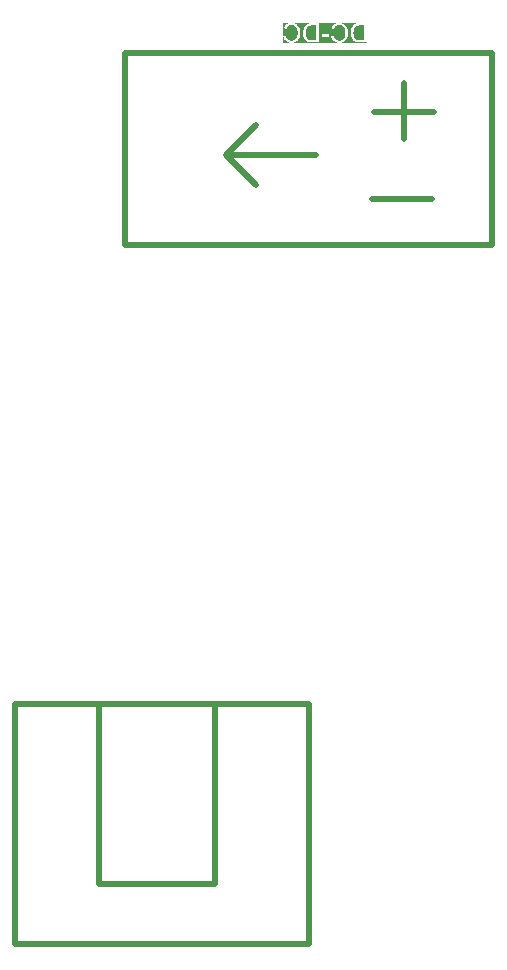
<source format=gbo>
G04*
G04 #@! TF.GenerationSoftware,Altium Limited,Altium Designer,18.1.9 (240)*
G04*
G04 Layer_Color=32896*
%FSLAX25Y25*%
%MOIN*%
G70*
G01*
G75*
%ADD10C,0.02000*%
G36*
X268079Y380158D02*
X266563D01*
X266498Y380168D01*
X266359Y380177D01*
X266202Y380186D01*
X266035Y380205D01*
X265869Y380233D01*
X265730Y380270D01*
X265711Y380279D01*
X265665Y380288D01*
X265600Y380316D01*
X265517Y380353D01*
X265425Y380408D01*
X265332Y380464D01*
X265240Y380528D01*
X265147Y380603D01*
X265138Y380621D01*
X265101Y380658D01*
X265045Y380723D01*
X264981Y380815D01*
X264907Y380936D01*
X264824Y381074D01*
X264750Y381231D01*
X264685Y381407D01*
Y381417D01*
X264675Y381435D01*
X264666Y381463D01*
X264657Y381500D01*
X264648Y381546D01*
X264629Y381611D01*
X264611Y381676D01*
X264592Y381750D01*
X264564Y381934D01*
X264537Y382147D01*
X264518Y382388D01*
X264509Y382647D01*
Y382656D01*
Y382693D01*
Y382739D01*
X264518Y382813D01*
Y382896D01*
X264528Y382989D01*
X264537Y383100D01*
X264546Y383211D01*
X264592Y383461D01*
X264648Y383720D01*
X264731Y383960D01*
X264787Y384081D01*
X264842Y384182D01*
Y384191D01*
X264861Y384210D01*
X264879Y384238D01*
X264897Y384275D01*
X264971Y384367D01*
X265064Y384478D01*
X265184Y384598D01*
X265323Y384719D01*
X265480Y384821D01*
X265647Y384904D01*
X265665Y384913D01*
X265711Y384922D01*
X265795Y384950D01*
X265915Y384978D01*
X266063Y384996D01*
X266248Y385024D01*
X266359Y385033D01*
X266479D01*
X266599Y385043D01*
X268079D01*
Y380158D01*
D02*
G37*
G36*
X259551Y385903D02*
X259468Y385894D01*
X259366Y385884D01*
X259264Y385875D01*
X259144Y385847D01*
X258894Y385792D01*
X258617Y385708D01*
X258478Y385653D01*
X258348Y385588D01*
X258219Y385505D01*
X258089Y385422D01*
X258080Y385413D01*
X258062Y385403D01*
X258025Y385375D01*
X257979Y385329D01*
X257932Y385283D01*
X257868Y385218D01*
X257803Y385144D01*
X257729Y385070D01*
X257655Y384978D01*
X257581Y384867D01*
X257498Y384756D01*
X257423Y384635D01*
X257359Y384497D01*
X257285Y384358D01*
X257229Y384210D01*
X257174Y384044D01*
X258006Y383849D01*
Y383858D01*
X258015Y383877D01*
X258034Y383914D01*
X258052Y383960D01*
X258071Y384016D01*
X258099Y384090D01*
X258173Y384238D01*
X258265Y384404D01*
X258376Y384571D01*
X258515Y384728D01*
X258663Y384867D01*
X258682Y384885D01*
X258737Y384922D01*
X258829Y384968D01*
X258950Y385033D01*
X259107Y385089D01*
X259283Y385144D01*
X259495Y385181D01*
X259727Y385191D01*
X259801D01*
X259847Y385181D01*
X259912D01*
X259986Y385172D01*
X260161Y385144D01*
X260356Y385107D01*
X260559Y385043D01*
X260772Y384950D01*
X260966Y384830D01*
X260976D01*
X260985Y384811D01*
X261050Y384765D01*
X261133Y384691D01*
X261234Y384580D01*
X261355Y384441D01*
X261466Y384284D01*
X261567Y384090D01*
X261660Y383877D01*
Y383868D01*
X261669Y383849D01*
X261679Y383822D01*
X261688Y383775D01*
X261706Y383720D01*
X261725Y383655D01*
X261753Y383498D01*
X261789Y383313D01*
X261826Y383109D01*
X261845Y382887D01*
X261854Y382647D01*
Y382638D01*
Y382610D01*
Y382563D01*
Y382508D01*
X261845Y382443D01*
Y382360D01*
X261836Y382267D01*
X261826Y382166D01*
X261799Y381944D01*
X261753Y381703D01*
X261697Y381463D01*
X261623Y381222D01*
Y381213D01*
X261614Y381194D01*
X261595Y381167D01*
X261577Y381120D01*
X261521Y381010D01*
X261438Y380880D01*
X261336Y380732D01*
X261207Y380575D01*
X261059Y380436D01*
X260883Y380307D01*
X260874D01*
X260855Y380297D01*
X260827Y380279D01*
X260790Y380260D01*
X260744Y380242D01*
X260689Y380214D01*
X260559Y380158D01*
X260393Y380103D01*
X260208Y380057D01*
X260004Y380020D01*
X259791Y380011D01*
X259727D01*
X259671Y380020D01*
X259607D01*
X259542Y380029D01*
X259375Y380066D01*
X259181Y380112D01*
X258987Y380186D01*
X258783Y380288D01*
X258682Y380344D01*
X258589Y380417D01*
X258580Y380427D01*
X258571Y380436D01*
X258543Y380464D01*
X258506Y380491D01*
X258469Y380538D01*
X258422Y380593D01*
X258367Y380649D01*
X258321Y380723D01*
X258265Y380806D01*
X258201Y380898D01*
X258145Y380991D01*
X258089Y381102D01*
X258043Y381222D01*
X257997Y381352D01*
X257951Y381490D01*
X257914Y381639D01*
X257063Y381426D01*
Y381417D01*
X257072Y381380D01*
X257090Y381324D01*
X257118Y381250D01*
X257146Y381167D01*
X257183Y381065D01*
X257229Y380954D01*
X257285Y380834D01*
X257414Y380575D01*
X257581Y380316D01*
X257682Y380186D01*
X257784Y380057D01*
X257895Y379946D01*
X258025Y379835D01*
X258034Y379825D01*
X258052Y379807D01*
X258099Y379788D01*
X258145Y379751D01*
X258219Y379705D01*
X258293Y379659D01*
X258395Y379613D01*
X258496Y379567D01*
X258617Y379511D01*
X258746Y379465D01*
X258885Y379418D01*
X259033Y379372D01*
X259190Y379335D01*
X259357Y379317D01*
X259532Y379298D01*
X259717Y379289D01*
X243928D01*
X244002Y379298D01*
X244085D01*
X244187Y379308D01*
X244298Y379326D01*
X244427Y379345D01*
X244695Y379391D01*
X244973Y379465D01*
X245251Y379567D01*
X245380Y379631D01*
X245510Y379705D01*
X245519Y379714D01*
X245537Y379724D01*
X245574Y379751D01*
X245611Y379788D01*
X245667Y379825D01*
X245731Y379881D01*
X245806Y379946D01*
X245880Y380020D01*
X245953Y380103D01*
X246037Y380186D01*
X246203Y380399D01*
X246360Y380649D01*
X246499Y380926D01*
Y380936D01*
X246518Y380963D01*
X246527Y381010D01*
X246555Y381065D01*
X246573Y381139D01*
X246601Y381231D01*
X246638Y381333D01*
X246666Y381444D01*
X246693Y381564D01*
X246730Y381703D01*
X246777Y381990D01*
X246814Y382314D01*
X246832Y382647D01*
Y382749D01*
X246823Y382813D01*
Y382906D01*
X246814Y382998D01*
X246804Y383119D01*
X246786Y383239D01*
X246740Y383507D01*
X246675Y383803D01*
X246583Y384099D01*
X246453Y384386D01*
X246444Y384395D01*
X246434Y384423D01*
X246416Y384460D01*
X246379Y384506D01*
X246342Y384571D01*
X246296Y384645D01*
X246176Y384811D01*
X246018Y384996D01*
X245833Y385181D01*
X245620Y385366D01*
X245371Y385524D01*
X245361Y385533D01*
X245334Y385542D01*
X245297Y385560D01*
X245251Y385588D01*
X245177Y385616D01*
X245103Y385644D01*
X245010Y385681D01*
X244908Y385718D01*
X244797Y385755D01*
X244677Y385792D01*
X244418Y385847D01*
X244122Y385894D01*
X243817Y385912D01*
X259616D01*
X259551Y385903D01*
D02*
G37*
G36*
X243659D02*
X243576Y385894D01*
X243475Y385884D01*
X243373Y385875D01*
X243252Y385847D01*
X243003Y385792D01*
X242725Y385708D01*
X242586Y385653D01*
X242457Y385588D01*
X242327Y385505D01*
X242198Y385422D01*
X242189Y385413D01*
X242170Y385403D01*
X242133Y385375D01*
X242087Y385329D01*
X242041Y385283D01*
X241976Y385218D01*
X241911Y385144D01*
X241837Y385070D01*
X241763Y384978D01*
X241689Y384867D01*
X241606Y384756D01*
X241532Y384635D01*
X241467Y384497D01*
X241393Y384358D01*
X241338Y384210D01*
X241282Y384044D01*
X242115Y383849D01*
Y383858D01*
X242124Y383877D01*
X242143Y383914D01*
X242161Y383960D01*
X242179Y384016D01*
X242207Y384090D01*
X242281Y384238D01*
X242374Y384404D01*
X242485Y384571D01*
X242623Y384728D01*
X242772Y384867D01*
X242790Y384885D01*
X242846Y384922D01*
X242938Y384968D01*
X243058Y385033D01*
X243215Y385089D01*
X243391Y385144D01*
X243604Y385181D01*
X243835Y385191D01*
X243909D01*
X243955Y385181D01*
X244020D01*
X244094Y385172D01*
X244270Y385144D01*
X244464Y385107D01*
X244668Y385043D01*
X244881Y384950D01*
X245075Y384830D01*
X245084D01*
X245093Y384811D01*
X245158Y384765D01*
X245241Y384691D01*
X245343Y384580D01*
X245463Y384441D01*
X245574Y384284D01*
X245676Y384090D01*
X245768Y383877D01*
Y383868D01*
X245778Y383849D01*
X245787Y383822D01*
X245796Y383775D01*
X245815Y383720D01*
X245833Y383655D01*
X245861Y383498D01*
X245898Y383313D01*
X245935Y383109D01*
X245953Y382887D01*
X245963Y382647D01*
Y382638D01*
Y382610D01*
Y382563D01*
Y382508D01*
X245953Y382443D01*
Y382360D01*
X245944Y382267D01*
X245935Y382166D01*
X245907Y381944D01*
X245861Y381703D01*
X245806Y381463D01*
X245731Y381222D01*
Y381213D01*
X245722Y381194D01*
X245704Y381167D01*
X245685Y381120D01*
X245630Y381010D01*
X245547Y380880D01*
X245445Y380732D01*
X245315Y380575D01*
X245167Y380436D01*
X244991Y380307D01*
X244982D01*
X244964Y380297D01*
X244936Y380279D01*
X244899Y380260D01*
X244853Y380242D01*
X244797Y380214D01*
X244668Y380158D01*
X244501Y380103D01*
X244316Y380057D01*
X244113Y380020D01*
X243900Y380011D01*
X243835D01*
X243780Y380020D01*
X243715D01*
X243650Y380029D01*
X243484Y380066D01*
X243289Y380112D01*
X243095Y380186D01*
X242892Y380288D01*
X242790Y380344D01*
X242698Y380417D01*
X242688Y380427D01*
X242679Y380436D01*
X242651Y380464D01*
X242614Y380491D01*
X242577Y380538D01*
X242531Y380593D01*
X242476Y380649D01*
X242429Y380723D01*
X242374Y380806D01*
X242309Y380898D01*
X242253Y380991D01*
X242198Y381102D01*
X242152Y381222D01*
X242106Y381352D01*
X242059Y381490D01*
X242022Y381639D01*
X241171Y381426D01*
Y385912D01*
X243724D01*
X243659Y385903D01*
D02*
G37*
G36*
X268931Y385801D02*
X266470D01*
X266303Y385792D01*
X266119Y385783D01*
X265933Y385764D01*
X265749Y385736D01*
X265591Y385708D01*
X265582D01*
X265564Y385699D01*
X265536D01*
X265499Y385681D01*
X265397Y385653D01*
X265267Y385607D01*
X265120Y385542D01*
X264962Y385459D01*
X264805Y385366D01*
X264657Y385246D01*
X264648Y385237D01*
X264638Y385227D01*
X264611Y385200D01*
X264574Y385172D01*
X264481Y385080D01*
X264370Y384950D01*
X264250Y384793D01*
X264121Y384608D01*
X264000Y384395D01*
X263898Y384155D01*
Y384145D01*
X263889Y384127D01*
X263871Y384090D01*
X263861Y384034D01*
X263834Y383969D01*
X263815Y383895D01*
X263797Y383812D01*
X263769Y383711D01*
X263741Y383609D01*
X263723Y383488D01*
X263677Y383229D01*
X263649Y382943D01*
X263639Y382628D01*
Y382508D01*
X263649Y382443D01*
Y382369D01*
X263658Y382193D01*
X263686Y381990D01*
X263714Y381777D01*
X263760Y381555D01*
X263815Y381333D01*
Y381324D01*
X263825Y381306D01*
X263834Y381278D01*
X263843Y381241D01*
X263880Y381139D01*
X263935Y381010D01*
X263991Y380861D01*
X264065Y380714D01*
X264158Y380556D01*
X264250Y380408D01*
X264259Y380390D01*
X264296Y380344D01*
X264352Y380279D01*
X264426Y380195D01*
X264509Y380103D01*
X264611Y380011D01*
X264713Y379909D01*
X264833Y379825D01*
X264851Y379816D01*
X264888Y379788D01*
X264953Y379751D01*
X265045Y379705D01*
X265157Y379650D01*
X265286Y379604D01*
X265434Y379548D01*
X265600Y379502D01*
X265619D01*
X265647Y379492D01*
X265674Y379483D01*
X265767Y379474D01*
X265897Y379455D01*
X266044Y379437D01*
X266220Y379418D01*
X266414Y379409D01*
X266627Y379400D01*
X268931D01*
Y379289D01*
X259819D01*
X259893Y379298D01*
X259977D01*
X260078Y379308D01*
X260189Y379326D01*
X260319Y379345D01*
X260587Y379391D01*
X260864Y379465D01*
X261142Y379567D01*
X261272Y379631D01*
X261401Y379705D01*
X261410Y379714D01*
X261429Y379724D01*
X261466Y379751D01*
X261503Y379788D01*
X261558Y379825D01*
X261623Y379881D01*
X261697Y379946D01*
X261771Y380020D01*
X261845Y380103D01*
X261928Y380186D01*
X262095Y380399D01*
X262252Y380649D01*
X262391Y380926D01*
Y380936D01*
X262409Y380963D01*
X262419Y381010D01*
X262446Y381065D01*
X262465Y381139D01*
X262492Y381231D01*
X262529Y381333D01*
X262557Y381444D01*
X262585Y381564D01*
X262622Y381703D01*
X262668Y381990D01*
X262705Y382314D01*
X262724Y382647D01*
Y382749D01*
X262715Y382813D01*
Y382906D01*
X262705Y382998D01*
X262696Y383119D01*
X262678Y383239D01*
X262631Y383507D01*
X262566Y383803D01*
X262474Y384099D01*
X262345Y384386D01*
X262335Y384395D01*
X262326Y384423D01*
X262308Y384460D01*
X262270Y384506D01*
X262233Y384571D01*
X262187Y384645D01*
X262067Y384811D01*
X261910Y384996D01*
X261725Y385181D01*
X261512Y385366D01*
X261262Y385524D01*
X261253Y385533D01*
X261225Y385542D01*
X261188Y385560D01*
X261142Y385588D01*
X261068Y385616D01*
X260994Y385644D01*
X260901Y385681D01*
X260800Y385718D01*
X260689Y385755D01*
X260568Y385792D01*
X260310Y385847D01*
X260014Y385894D01*
X259708Y385912D01*
X268931D01*
Y385801D01*
D02*
G37*
G36*
X241180Y381380D02*
X241199Y381324D01*
X241227Y381250D01*
X241254Y381167D01*
X241291Y381065D01*
X241338Y380954D01*
X241393Y380834D01*
X241523Y380575D01*
X241689Y380316D01*
X241791Y380186D01*
X241893Y380057D01*
X242004Y379946D01*
X242133Y379835D01*
X242143Y379825D01*
X242161Y379807D01*
X242207Y379788D01*
X242253Y379751D01*
X242327Y379705D01*
X242402Y379659D01*
X242503Y379613D01*
X242605Y379567D01*
X242725Y379511D01*
X242855Y379465D01*
X242993Y379418D01*
X243142Y379372D01*
X243299Y379335D01*
X243465Y379317D01*
X243641Y379298D01*
X243826Y379289D01*
X241171D01*
Y381417D01*
X241180Y381380D01*
D02*
G37*
%LPC*%
G36*
X256434Y382110D02*
X254001D01*
Y381324D01*
X256434D01*
Y382110D01*
D02*
G37*
G36*
X253039Y385801D02*
X250578D01*
X250412Y385792D01*
X250227Y385783D01*
X250042Y385764D01*
X249857Y385736D01*
X249700Y385708D01*
X249691D01*
X249672Y385699D01*
X249644D01*
X249607Y385681D01*
X249505Y385653D01*
X249376Y385607D01*
X249228Y385542D01*
X249071Y385459D01*
X248914Y385366D01*
X248765Y385246D01*
X248756Y385237D01*
X248747Y385227D01*
X248719Y385200D01*
X248682Y385172D01*
X248590Y385080D01*
X248479Y384950D01*
X248358Y384793D01*
X248229Y384608D01*
X248109Y384395D01*
X248007Y384155D01*
Y384145D01*
X247998Y384127D01*
X247979Y384090D01*
X247970Y384034D01*
X247942Y383969D01*
X247924Y383895D01*
X247905Y383812D01*
X247878Y383711D01*
X247850Y383609D01*
X247831Y383488D01*
X247785Y383229D01*
X247757Y382943D01*
X247748Y382628D01*
Y382508D01*
X247757Y382443D01*
Y382369D01*
X247766Y382193D01*
X247794Y381990D01*
X247822Y381777D01*
X247868Y381555D01*
X247924Y381333D01*
Y381324D01*
X247933Y381306D01*
X247942Y381278D01*
X247952Y381241D01*
X247989Y381139D01*
X248044Y381010D01*
X248099Y380861D01*
X248173Y380714D01*
X248266Y380556D01*
X248358Y380408D01*
X248368Y380390D01*
X248405Y380344D01*
X248460Y380279D01*
X248534Y380195D01*
X248618Y380103D01*
X248719Y380011D01*
X248821Y379909D01*
X248941Y379825D01*
X248960Y379816D01*
X248997Y379788D01*
X249061Y379751D01*
X249154Y379705D01*
X249265Y379650D01*
X249394Y379604D01*
X249542Y379548D01*
X249709Y379502D01*
X249728D01*
X249755Y379492D01*
X249783Y379483D01*
X249875Y379474D01*
X250005Y379455D01*
X250153Y379437D01*
X250329Y379418D01*
X250523Y379409D01*
X250736Y379400D01*
X253039D01*
Y385801D01*
D02*
G37*
%LPD*%
G36*
X252188Y380158D02*
X250671D01*
X250606Y380168D01*
X250467Y380177D01*
X250310Y380186D01*
X250144Y380205D01*
X249977Y380233D01*
X249838Y380270D01*
X249820Y380279D01*
X249774Y380288D01*
X249709Y380316D01*
X249626Y380353D01*
X249533Y380408D01*
X249441Y380464D01*
X249348Y380528D01*
X249256Y380603D01*
X249247Y380621D01*
X249209Y380658D01*
X249154Y380723D01*
X249089Y380815D01*
X249015Y380936D01*
X248932Y381074D01*
X248858Y381231D01*
X248793Y381407D01*
Y381417D01*
X248784Y381435D01*
X248775Y381463D01*
X248765Y381500D01*
X248756Y381546D01*
X248738Y381611D01*
X248719Y381676D01*
X248701Y381750D01*
X248673Y381934D01*
X248645Y382147D01*
X248627Y382388D01*
X248618Y382647D01*
Y382656D01*
Y382693D01*
Y382739D01*
X248627Y382813D01*
Y382896D01*
X248636Y382989D01*
X248645Y383100D01*
X248655Y383211D01*
X248701Y383461D01*
X248756Y383720D01*
X248839Y383960D01*
X248895Y384081D01*
X248951Y384182D01*
Y384191D01*
X248969Y384210D01*
X248988Y384238D01*
X249006Y384275D01*
X249080Y384367D01*
X249172Y384478D01*
X249293Y384598D01*
X249431Y384719D01*
X249589Y384821D01*
X249755Y384904D01*
X249774Y384913D01*
X249820Y384922D01*
X249903Y384950D01*
X250024Y384978D01*
X250171Y384996D01*
X250357Y385024D01*
X250467Y385033D01*
X250588D01*
X250708Y385043D01*
X252188D01*
Y380158D01*
D02*
G37*
D10*
X281431Y363100D02*
Y365700D01*
X271430Y356100D02*
X291430D01*
X221931Y341900D02*
X231930Y331900D01*
X221931Y341900D02*
X231930Y351900D01*
X221931Y341900D02*
X251930D01*
X310731Y311800D02*
Y375700D01*
X188431D02*
X310731D01*
X188431Y349400D02*
Y375700D01*
Y311800D02*
Y349400D01*
Y311800D02*
X310731D01*
X281431Y349100D02*
Y363100D01*
Y347100D02*
Y349100D01*
X270730Y327100D02*
X290731D01*
X179730Y98900D02*
Y158900D01*
Y98900D02*
X218231D01*
Y158900D01*
X249730Y78900D02*
Y158900D01*
X151731D02*
X249730D01*
X151731Y78900D02*
Y158900D01*
Y78900D02*
X249730D01*
M02*

</source>
